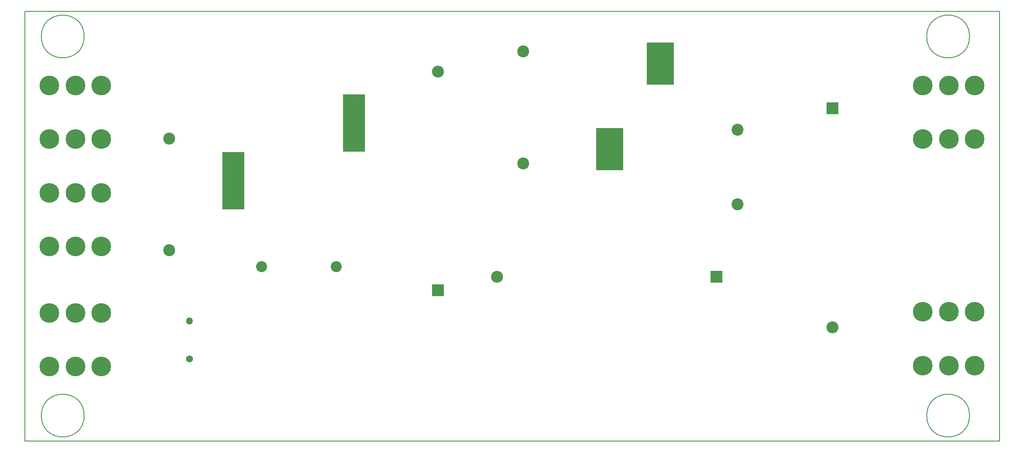
<source format=gbr>
%TF.GenerationSoftware,KiCad,Pcbnew,7.0.7*%
%TF.CreationDate,2023-09-25T16:49:46+02:00*%
%TF.ProjectId,GradientAmplifierFilter_V1,47726164-6965-46e7-9441-6d706c696669,rev?*%
%TF.SameCoordinates,Original*%
%TF.FileFunction,Soldermask,Top*%
%TF.FilePolarity,Negative*%
%FSLAX46Y46*%
G04 Gerber Fmt 4.6, Leading zero omitted, Abs format (unit mm)*
G04 Created by KiCad (PCBNEW 7.0.7) date 2023-09-25 16:49:46*
%MOMM*%
%LPD*%
G01*
G04 APERTURE LIST*
%ADD10R,5.500000X8.500000*%
%ADD11R,4.500000X11.500000*%
%ADD12C,3.960000*%
%ADD13C,2.200000*%
%ADD14R,2.400000X2.400000*%
%ADD15O,2.400000X2.400000*%
%ADD16C,2.400000*%
%ADD17O,1.400000X1.400000*%
%ADD18C,1.400000*%
%TA.AperFunction,Profile*%
%ADD19C,0.150000*%
%TD*%
G04 APERTURE END LIST*
D10*
%TO.C,L1*%
X102350000Y-51400000D03*
X112550000Y-34250000D03*
%TD*%
D11*
%TO.C,U2*%
X26900000Y-57800000D03*
X51100000Y-46200000D03*
%TD*%
D12*
%TO.C,J4*%
X165220000Y-94890000D03*
X165220000Y-84090000D03*
X170430000Y-94890000D03*
X170430000Y-84090000D03*
X175640000Y-94890000D03*
X175640000Y-84090000D03*
%TD*%
D13*
%TO.C,C1*%
X32500000Y-75000000D03*
X47500000Y-75000000D03*
%TD*%
D12*
%TO.C,J1*%
X380000Y-38610000D03*
X380000Y-49410000D03*
X-4830000Y-38610000D03*
X-4830000Y-49410000D03*
X-10040000Y-38610000D03*
X-10040000Y-49410000D03*
%TD*%
D14*
%TO.C,R3*%
X147050000Y-43200000D03*
D15*
X147050000Y-87200000D03*
%TD*%
D14*
%TO.C,R1*%
X67950000Y-79800000D03*
D15*
X67950000Y-35800000D03*
%TD*%
D12*
%TO.C,J3*%
X-10040000Y-71000000D03*
X-10040000Y-60200000D03*
X-4830000Y-71000000D03*
X-4830000Y-60200000D03*
X380000Y-71000000D03*
X380000Y-60200000D03*
%TD*%
D14*
%TO.C,R2*%
X123800000Y-77050000D03*
D15*
X79800000Y-77050000D03*
%TD*%
D16*
%TO.C,C4*%
X85000000Y-31750000D03*
X85000000Y-54250000D03*
%TD*%
%TO.C,C2*%
X128000000Y-62500000D03*
X128000000Y-47500000D03*
%TD*%
D12*
%TO.C,J5*%
X165220000Y-49410000D03*
X165220000Y-38610000D03*
X170430000Y-49410000D03*
X170430000Y-38610000D03*
X175640000Y-49410000D03*
X175640000Y-38610000D03*
%TD*%
D16*
%TO.C,C3*%
X14000000Y-49270000D03*
X14000000Y-71770000D03*
%TD*%
D17*
%TO.C,R4*%
X18030000Y-85920000D03*
D18*
X18030000Y-93540000D03*
%TD*%
D12*
%TO.C,J2*%
X380000Y-84330000D03*
X380000Y-95130000D03*
X-4830000Y-84330000D03*
X-4830000Y-95130000D03*
X-10040000Y-84330000D03*
X-10040000Y-95130000D03*
%TD*%
D19*
X-14990000Y-23690000D02*
X180590000Y-23690000D01*
X180590000Y-110050000D01*
X-14990000Y-110050000D01*
X-14990000Y-23690000D01*
X-3070000Y-28770000D02*
G75*
G03*
X-3070000Y-28770000I-4300000J0D01*
G01*
X174600000Y-104970000D02*
G75*
G03*
X174600000Y-104970000I-4300000J0D01*
G01*
X174600000Y-28770000D02*
G75*
G03*
X174600000Y-28770000I-4300000J0D01*
G01*
X-3070000Y-104970000D02*
G75*
G03*
X-3070000Y-104970000I-4300000J0D01*
G01*
M02*

</source>
